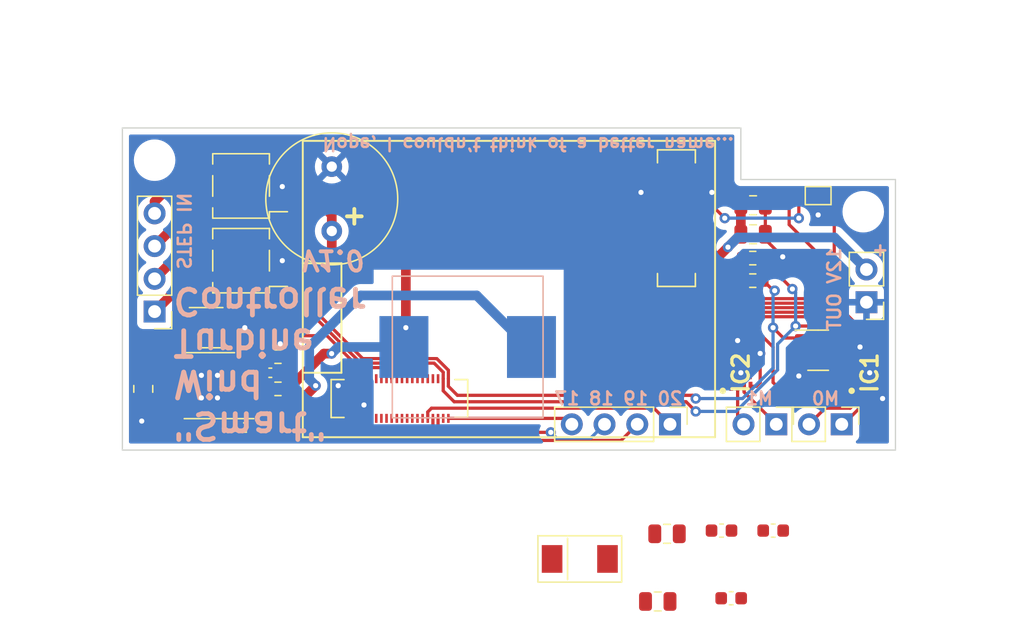
<source format=kicad_pcb>
(kicad_pcb (version 20211014) (generator pcbnew)
  (layers (0 "F.Cu" signal) (31 "B.Cu" signal) (34 "B.Paste" user) (35 "F.Paste" user) (36 "B.SilkS" user "B.Silkscreen") (37 "F.SilkS" user "F.Silkscreen") (38 "B.Mask" user) (39 "F.Mask" user) (44 "Edge.Cuts" user))
  (net 0 "")
  (net 9 "Net-(U5-Pad4)")
  (net 19 "Net-(J5-Pad1)")
  (net 21 "Net-(J5-Pad2)")
  (net 23 "Net-(J5-Pad3)")
  (net 24 "Net-(D1-Pad3)")
  (net 25 "/SDA")
  (net 26 "Net-(J5-Pad4)")
  (net 41 "+VDC")
  (net 42 "GND")
  (net 43 "Net-(D1-Pad4)")
  (net 44 "Net-(D2-Pad3)")
  (net 45 "Net-(D2-Pad4)")
  (net 46 "/SCL")
  (net 47 "+3V3")
  (net 49 "Net-(L1-Pad2)")
  (net 50 "Net-(IC1-Pad2)")
  (net 51 "Net-(IC1-Pad3)")
  (net 52 "/M0_EN0")
  (net 53 "/M0_EN1")
  (net 54 "/M0_SLEEP")
  (net 55 "Net-(IC2-Pad2)")
  (net 56 "Net-(IC2-Pad3)")
  (net 57 "/M1_EN0")
  (net 58 "/M1_EN1")
  (net 59 "/M1_SLEEP")
  (net 60 "/HS_S")
  (net 61 "/HS_N")
  (net 63 "+12V")
  (net 64 "Net-(U5-Pad8)")
  (net 65 "/TLV1_POWER")
  (net 66 "/TLV0_POWER")
  (footprint "MUB:MUB_v1" (layer "F.Cu") (at 71 89)
    (fp_text reference "U1" hide)
    (fp_text value "MUBv1")
  )
  (footprint "Capacitor_SMD:C_0603_1608Metric" (layer "F.Cu") (at 104.25 101.5)
    (fp_text reference "C11" hide)
    (fp_text value "100nF")
  )
  (footprint "Package_TO_SOT_SMD:TO-269AA" (layer "F.Cu") (at 66.21 69.5 180)
    (fp_text reference "D2" hide)
    (fp_text value "D_Bridge_+-AA")
  )
  (footprint "MountingHole:MountingHole_2.2mm_M2" (layer "F.Cu") (at 114.5 71.5)
    (fp_text reference "J6" hide)
    (fp_text value "Conn_01x01")
  )
  (footprint "Capacitor_THT:C_Radial_D10.0mm_H16.0mm_P5.00mm" (layer "F.Cu") (at 73.25 73 90)
    (fp_text reference "C1" hide)
    (fp_text value "220uF")
  )
  (footprint "Capacitor_SMD:C_0805_2012Metric" (layer "F.Cu") (at 98.55 101.75)
    (fp_text reference "C8" hide)
    (fp_text value "10uF")
  )
  (footprint "Connector_PinHeader_2.54mm:PinHeader_1x02_P2.54mm_Vertical" (layer "F.Cu") (at 112.83 88 -90)
    (fp_text reference "J1" hide)
    (fp_text value "Conn_01x02")
  )
  (footprint "Package_SO:SOIC-8-1EP_3.9x4.9mm_P1.27mm_EP2.514x3.2mm" (layer "F.Cu") (at 63.75 85 180)
    (fp_text reference "U5" hide)
    (fp_text value "RT8279GSP")
  )
  (footprint "Connector_PinHeader_2.54mm:PinHeader_1x02_P2.54mm_Vertical" (layer "F.Cu") (at 107.75 88 -90)
    (fp_text reference "J2" hide)
    (fp_text value "Conn_01x02")
  )
  (footprint "Package_TO_SOT_SMD:SOT-23-6" (layer "F.Cu") (at 64 80.5)
    (fp_text reference "U3" hide)
    (fp_text value "TLV493D")
  )
  (footprint "Connector_PinHeader_2.54mm:PinHeader_1x02_P2.54mm_Vertical" (layer "F.Cu") (at 114.75 78.525 180)
    (fp_text reference "J4" hide)
    (fp_text value "Conn_01x02")
  )
  (footprint "SamacSys_Parts:SON50P200X200X80-9N" (layer "F.Cu") (at 105 84 90)
    (fp_text reference "IC2")
    (fp_text value "DRV8220DSGR" hide)
  )
  (footprint "Capacitor_SMD:C_0402_1005Metric" (layer "F.Cu") (at 66.52 88.25 180)
    (fp_text reference "C5" hide)
    (fp_text value "10nF")
  )
  (footprint "custom_parts:X2-DFN1410-4" (layer "F.Cu") (at 111.7 70.75 90)
    (fp_text reference "U4" hide)
    (fp_text value "AH1388")
  )
  (footprint "Capacitor_SMD:C_0402_1005Metric" (layer "F.Cu") (at 68.48 84)
    (fp_text reference "C4" hide)
    (fp_text value "82pF")
  )
  (footprint "Resistor_SMD:R_0603_1608Metric" (layer "F.Cu") (at 105.925 75.1)
    (fp_text reference "R1" hide)
    (fp_text value "11.3k")
  )
  (footprint "Connector_PinHeader_2.54mm:PinHeader_1x04_P2.54mm_Vertical" (layer "F.Cu") (at 59.5 79.25 180)
    (fp_text reference "J3" hide)
    (fp_text value "Conn_01x04")
  )
  (footprint "MountingHole:MountingHole_2.2mm_M2" (layer "F.Cu") (at 59.5 67.5)
    (fp_text reference "J7" hide)
    (fp_text value "Conn_01x01")
  )
  (footprint "Connector_PinHeader_2.54mm:PinHeader_1x04_P2.54mm_Vertical" (layer "F.Cu") (at 99.5 88 -90)
    (fp_text reference "J5" hide)
    (fp_text value "Conn_01x04")
  )
  (footprint "custom_parts:SMAF-C" (layer "F.Cu") (at 89.25 100.25)
    (fp_text reference "D3" hide)
    (fp_text value "SBT55LAFC")
  )
  (footprint "Resistor_SMD:R_0603_1608Metric" (layer "F.Cu") (at 105.925 76.85)
    (fp_text reference "R2" hide)
    (fp_text value "11.3k")
  )
  (footprint "Capacitor_SMD:C_0805_2012Metric" (layer "F.Cu") (at 99.27 96.5)
    (fp_text reference "C9" hide)
    (fp_text value "10uF")
  )
  (footprint "Package_TO_SOT_SMD:TO-269AA" (layer "F.Cu") (at 66.21 75.3 180)
    (fp_text reference "D1" hide)
    (fp_text value "D_Bridge_+-AA")
  )
  (footprint "Package_TO_SOT_SMD:SOT-23-6" (layer "F.Cu") (at 111 82.25)
    (fp_text reference "U2" hide)
    (fp_text value "TLV493D")
  )
  (footprint "Capacitor_SMD:C_0805_2012Metric" (layer "F.Cu") (at 105.95 73.25)
    (fp_text reference "C3" hide)
    (fp_text value "10uF")
  )
  (footprint "SamacSys_Parts:SON50P200X200X80-9N" (layer "F.Cu") (at 115 84 90)
    (fp_text reference "IC1")
    (fp_text value "DRV8220DSGR" hide)
  )
  (footprint "Resistor_SMD:R_0603_1608Metric" (layer "F.Cu") (at 69.075 82.75)
    (fp_text reference "R4" hide)
    (fp_text value "11.3k")
  )
  (footprint "Resistor_SMD:R_0603_1608Metric" (layer "F.Cu") (at 69.075 85.25 180)
    (fp_text reference "R3" hide)
    (fp_text value "100k")
  )
  (footprint "Capacitor_SMD:C_0603_1608Metric" (layer "F.Cu") (at 103.5 96.25)
    (fp_text reference "C7" hide)
    (fp_text value "100nF")
  )
  (footprint "Capacitor_SMD:C_0805_2012Metric" (layer "F.Cu") (at 105.95 71)
    (fp_text reference "C2" hide)
    (fp_text value "10uF")
  )
  (footprint "Capacitor_SMD:C_0805_2012Metric" (layer "F.Cu") (at 58.62 85.25 -90)
    (fp_text reference "C6" hide)
    (fp_text value "10uF")
  )
  (footprint "Capacitor_SMD:C_0603_1608Metric" (layer "F.Cu") (at 107.51 96.25)
    (fp_text reference "C10" hide)
    (fp_text value "100nF")
  )
  (footprint "custom_parts:PCC-M105xx" (layer "B.Cu") (at 83.8 82)
    (fp_text reference "L1" hide)
    (fp_text value "32.5uH")
  )
  (gr_line (start 57 90) (end 57 65) (layer "Edge.Cuts") (width 0.1))
  (gr_line (start 117 90) (end 57 90) (layer "Edge.Cuts") (width 0.1))
  (gr_line (start 105 65) (end 105 69) (layer "Edge.Cuts") (width 0.1))
  (gr_line (start 117 69) (end 117 90) (layer "Edge.Cuts") (width 0.1))
  (gr_line (start 105 69) (end 117 69) (layer "Edge.Cuts") (width 0.1))
  (gr_line (start 57 65) (end 105 65) (layer "Edge.Cuts") (width 0.1))
  (gr_text "20 19 18 17" (at 95.5 86) (layer "B.SilkS") (effects (font (size 1 1) (thickness 0.2)) (justify mirror)))
  (gr_text "Nope, I couldn't think of a better name..." (at 88.5 66.25 180) (layer "B.SilkS") (effects (font (size 1 1) (thickness 0.2)) (justify mirror)))
  (gr_text "STEP IN" (at 61.75 73 270) (layer "B.SilkS") (effects (font (size 1 1) (thickness 0.2)) (justify mirror)))
  (gr_text "12V OUT" (at 112.25 77.5 90) (layer "B.SilkS") (effects (font (size 1 1) (thickness 0.2)) (justify mirror)))
  (gr_text "+" (at 115.75 74.5 90) (layer "B.SilkS") (effects (font (size 1 1) (thickness 0.2)) (justify mirror)))
  (gr_text "M0    M1" (at 109 86) (layer "B.SilkS") (effects (font (size 1 1) (thickness 0.2)) (justify mirror)))
  (gr_text "V1.0" (at 73.25 75.25 180) (layer "B.SilkS") (effects (font (size 1.5 1.5) (thickness 0.3) italic) (justify mirror)))
  (gr_text "{dblquote}Smart{dblquote}\nWind \nTurbine\nController" (at 60.75 83.25 180) (layer "B.SilkS") (effects (font (size 2 2) (thickness 0.375)) (justify left mirror)))
  (gr_text "+" (at 75 71.75) (layer "F.SilkS") (effects (font (size 1.5 1.5) (thickness 0.3))))
  (segment (start 68 85) (end 68.25 85.25) (width 0.25) (layer "F.Cu") (net 9))
  (segment (start 66.3875 83.095) (end 67.905 83.095) (width 0.25) (layer "F.Cu") (net 9))
  (segment (start 67.905 83.095) (end 68.25 82.75) (width 0.25) (layer "F.Cu") (net 9))
  (segment (start 68 84) (end 68 85) (width 0.25) (layer "F.Cu") (net 9))
  (segment (start 68.25 83.75) (end 68.25 82.75) (width 0.25) (layer "F.Cu") (net 9))
  (segment (start 68 84) (end 68.25 83.75) (width 0.25) (layer "F.Cu") (net 9))
  (segment (start 80.7 87.04) (end 80.99 86.75) (width 0.25) (layer "F.Cu") (net 19))
  (segment (start 80.7 87.54) (end 80.7 87.04) (width 0.25) (layer "F.Cu") (net 19))
  (segment (start 80.99 86.75) (end 98.25 86.75) (width 0.25) (layer "F.Cu") (net 19))
  (segment (start 98.25 86.75) (end 99.5 88) (width 0.25) (layer "F.Cu") (net 19))
  (segment (start 95.71 89.25) (end 82.115026 89.25) (width 0.25) (layer "F.Cu") (net 21))
  (segment (start 82.115026 89.25) (end 81.1 88.234974) (width 0.25) (layer "F.Cu") (net 21))
  (segment (start 96.96 88) (end 95.71 89.25) (width 0.25) (layer "F.Cu") (net 21))
  (segment (start 81.1 88.234974) (end 81.1 87.54) (width 0.25) (layer "F.Cu") (net 21))
  (segment (start 81.5 87.54) (end 81.5 88.14) (width 0.25) (layer "F.Cu") (net 23))
  (segment (start 81.9845 88.6245) (end 90.25 88.6245) (width 0.25) (layer "F.Cu") (net 23))
  (segment (start 81.5 88.14) (end 81.9845 88.6245) (width 0.25) (layer "F.Cu") (net 23))
  (via (at 90.25 88.6245) (size 0.8) (drill 0.4) (layers "F.Cu" "B.Cu") (net 23))
  (segment (start 90.25 88.6245) (end 90.7005 89.075) (width 0.25) (layer "B.Cu") (net 23))
  (segment (start 93.345 89.075) (end 94.42 88) (width 0.25) (layer "B.Cu") (net 23))
  (segment (start 90.7005 89.075) (end 93.345 89.075) (width 0.25) (layer "B.Cu") (net 23))
  (segment (start 62.18 74.03) (end 63.135 74.03) (width 0.75) (layer "F.Cu") (net 24))
  (segment (start 59.5 76.71) (end 62.18 74.03) (width 0.75) (layer "F.Cu") (net 24))
  (segment (start 65.1375 79.55) (end 71.8 79.55) (width 0.25) (layer "F.Cu") (net 25))
  (segment (start 81.9 85.4) (end 81.9 84.46) (width 0.25) (layer "F.Cu") (net 25))
  (segment (start 101.5 87) (end 100.75 86.25) (width 0.25) (layer "F.Cu") (net 25))
  (segment (start 112.1375 81.3) (end 111.212 80.3745) (width 0.25) (layer "F.Cu") (net 25))
  (segment (start 111.212 80.3745) (end 109.25 80.3745) (width 0.25) (layer "F.Cu") (net 25))
  (segment (start 81.9 83.96) (end 81.9 84.46) (width 0.25) (layer "F.Cu") (net 25))
  (segment (start 75.5 83.25) (end 81.19 83.25) (width 0.25) (layer "F.Cu") (net 25))
  (segment (start 81.19 83.25) (end 81.9 83.96) (width 0.25) (layer "F.Cu") (net 25))
  (segment (start 71.8 79.55) (end 75.5 83.25) (width 0.25) (layer "F.Cu") (net 25))
  (segment (start 100.75 86.25) (end 82.75 86.25) (width 0.25) (layer "F.Cu") (net 25))
  (segment (start 82.75 86.25) (end 81.9 85.4) (width 0.25) (layer "F.Cu") (net 25))
  (segment (start 109 77.5) (end 106.75 75.25) (width 0.25) (layer "F.Cu") (net 25))
  (segment (start 106.75 75.25) (end 106.75 75.1) (width 0.25) (layer "F.Cu") (net 25))
  (via (at 101.5 87) (size 0.8) (drill 0.4) (layers "F.Cu" "B.Cu") (net 25))
  (via (at 109 77.5) (size 0.8) (drill 0.4) (layers "F.Cu" "B.Cu") (net 25))
  (via (at 109.25 80.3745) (size 0.8) (drill 0.4) (layers "F.Cu" "B.Cu") (net 25))
  (segment (start 104.628858 87) (end 101.5 87) (width 0.25) (layer "B.Cu") (net 25))
  (segment (start 107.85 81.7745) (end 107.85 83.778858) (width 0.25) (layer "B.Cu") (net 25))
  (segment (start 109 77.5) (end 109.25 77.75) (width 0.25) (layer "B.Cu") (net 25))
  (segment (start 109.25 77.75) (end 109.25 80.3745) (width 0.25) (layer "B.Cu") (net 25))
  (segment (start 107.85 83.778858) (end 104.628858 87) (width 0.25) (layer "B.Cu") (net 25))
  (segment (start 109.25 80.3745) (end 107.85 81.7745) (width 0.25) (layer "B.Cu") (net 25))
  (segment (start 91.42 87.54) (end 91.88 88) (width 0.25) (layer "F.Cu") (net 26))
  (segment (start 82.3 87.54) (end 91.42 87.54) (width 0.25) (layer "F.Cu") (net 26))
  (segment (start 71.43 76.57) (end 69.285 76.57) (width 0.75) (layer "F.Cu") (net 41))
  (segment (start 62.5 78) (end 61.25 79.25) (width 0.75) (layer "F.Cu") (net 41))
  (segment (start 67.855 78) (end 62.5 78) (width 0.75) (layer "F.Cu") (net 41))
  (segment (start 73.25 74.75) (end 71.43 76.57) (width 0.75) (layer "F.Cu") (net 41))
  (segment (start 59.955 85.635) (end 58.62 84.3) (width 0.75) (layer "F.Cu") (net 41))
  (segment (start 60 81.25) (end 58.62 82.63) (width 0.75) (layer "F.Cu") (net 41))
  (segment (start 61.25 81) (end 61 81.25) (width 0.75) (layer "F.Cu") (net 41))
  (segment (start 61.1125 85.635) (end 59.955 85.635) (width 0.75) (layer "F.Cu") (net 41))
  (segment (start 73.25 71.75) (end 73.25 73) (width 0.75) (layer "F.Cu") (net 41))
  (segment (start 72.27 70.77) (end 73.25 71.75) (width 0.75) (layer "F.Cu") (net 41))
  (segment (start 61 81.25) (end 60 81.25) (width 0.75) (layer "F.Cu") (net 41))
  (segment (start 58.62 82.63) (end 58.62 84.3) (width 0.75) (layer "F.Cu") (net 41))
  (segment (start 69.285 76.57) (end 67.855 78) (width 0.75) (layer "F.Cu") (net 41))
  (segment (start 69.285 70.77) (end 72.27 70.77) (width 0.75) (layer "F.Cu") (net 41))
  (segment (start 61.25 79.25) (end 61.25 81) (width 0.75) (layer "F.Cu") (net 41))
  (segment (start 73.25 73) (end 73.25 74.75) (width 0.75) (layer "F.Cu") (net 41))
  (segment (start 114.25 82) (end 114.75 82.5) (width 0.25) (layer "F.Cu") (net 42))
  (segment (start 108.25 75) (end 106.9 73.65) (width 0.25) (layer "F.Cu") (net 42))
  (segment (start 102.71 69.96) (end 102.75 70) (width 0.25) (layer "F.Cu") (net 42))
  (segment (start 62.965 84.365) (end 63.13 84.2) (width 0.25) (layer "F.Cu") (net 42))
  (segment (start 74 85.25) (end 73.75 85) (width 0.25) (layer "F.Cu") (net 42))
  (segment (start 75.71 87.54) (end 75.9 87.54) (width 0.25) (layer "F.Cu") (net 42))
  (segment (start 115.75 85.05) (end 115.75 85.75) (width 0.25) (layer "F.Cu") (net 42))
  (segment (start 75.5 85.06) (end 75.31 85.25) (width 0.25) (layer "F.Cu") (net 42))
  (segment (start 75.31 85.25) (end 74 85.25) (width 0.25) (layer "F.Cu") (net 42))
  (segment (start 101.54 70.2) (end 101.54 69.96) (width 0.25) (layer "F.Cu") (net 42))
  (segment (start 106.5 84.75) (end 106.2 85.05) (width 0.25) (layer "F.Cu") (net 42))
  (segment (start 106.5 82.5) (end 106.5 84.75) (width 0.25) (layer "F.Cu") (net 42))
  (segment (start 69.9 82.4) (end 69.25 81.75) (width 0.25) (layer "F.Cu") (net 42))
  (segment (start 75.71 87.54) (end 75.75 87.5) (width 0.25) (layer "F.Cu") (net 42))
  (segment (start 115.75 85.75) (end 116 86) (width 0.25) (layer "F.Cu") (net 42))
  (segment (start 98.46 70.04) (end 98.46 69.8) (width 0.25) (layer "F.Cu") (net 42))
  (segment (start 58.62 87.63) (end 58.62 86.2) (width 0.25) (layer "F.Cu") (net 42))
  (segment (start 75.75 87.5) (end 75.75 86.5) (width 0.25) (layer "F.Cu") (net 42))
  (segment (start 112.1375 82.25) (end 109.8625 82.25) (width 0.25) (layer "F.Cu") (net 42))
  (segment (start 101.54 69.96) (end 102.71 69.96) (width 0.25) (layer "F.Cu") (net 42))
  (segment (start 114.75 82.5) (end 114.75 82.95) (width 0.25) (layer "F.Cu") (net 42))
  (segment (start 98.46 70.04) (end 97.29 70.04) (width 0.25) (layer "F.Cu") (net 42))
  (segment (start 106.9 73.65) (end 106.9 73.25) (width 0.25) (layer "F.Cu") (net 42))
  (segment (start 69.285 68.23) (end 69.285 69.425) (width 0.25) (layer "F.Cu") (net 42))
  (segment (start 62.8625 81.45) (end 62.8625 80.5) (width 0.25) (layer "F.Cu") (net 42))
  (segment (start 111 71.75) (end 111 70.25) (width 0.25) (layer "F.Cu") (net 42))
  (segment (start 111 71.75) (end 111.675 71.075) (width 0.25) (layer "F.Cu") (net 42))
  (segment (start 98.46 70.2) (end 98.46 70.04) (width 0.25) (layer "F.Cu") (net 42))
  (segment (start 58.5 87.75) (end 58.62 87.63) (width 0.25) (layer "F.Cu") (net 42))
  (segment (start 109.8625 83.2) (end 109.8625 83.8875) (width 0.25) (layer "F.Cu") (net 42))
  (segment (start 97.29 70.04) (end 97.25 70) (width 0.25) (layer "F.Cu") (net 42))
  (segment (start 69.285 74.03) (end 69.285 75.175) (width 0.25) (layer "F.Cu") (net 42))
  (segment (start 61.1125 84.365) (end 62.965 84.365) (width 0.25) (layer "F.Cu") (net 42))
  (segment (start 109.8625 83.2) (end 109.8625 82.25) (width 0.25) (layer "F.Cu") (net 42))
  (segment (start 65.1375 80.5) (end 66.5 80.5) (width 0.25) (layer "F.Cu") (net 42))
  (segment (start 65.1375 80.5) (end 62.8625 80.5) (width 0.25) (layer "F.Cu") (net 42))
  (segment (start 69.285 69.425) (end 69.41 69.55) (width 0.25) (layer "F.Cu") (net 42))
  (segment (start 106.2 85.05) (end 105.75 85.05) (width 0.25) (layer "F.Cu") (net 42))
  (segment (start 75.5 84.46) (end 75.5 85.06) (width 0.25) (layer "F.Cu") (net 42))
  (segment (start 106.9 71) (end 106.9 73.25) (width 0.25) (layer "F.Cu") (net 42))
  (segment (start 104.75 82.95) (end 104.75 81.5) (width 0.25) (layer "F.Cu") (net 42))
  (segment (start 75.5 87.54) (end 75.71 87.54) (width 0.25) (layer "F.Cu") (net 42))
  (segment (start 69.285 75.175) (end 69.41 75.3) (width 0.25) (layer "F.Cu") (net 42))
  (segment (start 101.54 69.96) (end 101.54 69.8) (width 0.25) (layer "F.Cu") (net 42))
  (segment (start 109.8625 83.8875) (end 109.5 84.25) (width 0.25) (layer "F.Cu") (net 42))
  (segment (start 111.675 71.075) (end 111.675 70.5) (width 0.25) (layer "F.Cu") (net 42))
  (segment (start 69.9 82.75) (end 69.9 82.4) (width 0.25) (layer "F.Cu") (net 42))
  (via (at 64.38 85.95) (size 0.8) (drill 0.4) (layers "F.Cu" "B.Cu") (net 42))
  (via (at 73.75 85) (size 0.8) (drill 0.4) (layers "F.Cu" "B.Cu") (net 42))
  (via (at 63.13 85.95) (size 0.8) (drill 0.4) (layers "F.Cu" "B.Cu") (net 42))
  (via (at 115 84) (size 0.8) (drill 0.4) (layers "F.Cu" "B.Cu") (net 42))
  (via (at 105 84) (size 0.8) (drill 0.4) (layers "F.Cu" "B.Cu") (net 42))
  (via (at 109.5 84.25) (size 0.8) (drill 0.4) (layers "F.Cu" "B.Cu") (net 42))
  (via (at 104.75 81.5) (size 0.8) (drill 0.4) (layers "F.Cu" "B.Cu") (net 42))
  (via (at 108.25 75) (size 0.8) (drill 0.4) (layers "F.Cu" "B.Cu") (net 42))
  (via (at 116 86) (size 0.8) (drill 0.4) (layers "F.Cu" "B.Cu") (net 42))
  (via (at 75.75 86.5) (size 0.8) (drill 0.4) (layers "F.Cu" "B.Cu") (net 42))
  (via (at 97.25 70) (size 0.8) (drill 0.4) (layers "F.Cu" "B.Cu") (net 42))
  (via (at 63.13 84.2) (size 0.8) (drill 0.4) (layers "F.Cu" "B.Cu") (net 42))
  (via (at 102.75 70) (size 0.8) (drill 0.4) (layers "F.Cu" "B.Cu") (net 42))
  (via (at 64.38 84.2) (size 0.8) (drill 0.4) (layers "F.Cu" "B.Cu") (net 42))
  (via (at 111 71.75) (size 0.8) (drill 0.4) (layers "F.Cu" "B.Cu") (net 42))
  (via (at 69.25 81.75) (size 0.8) (drill 0.4) (layers "F.Cu" "B.Cu") (net 42))
  (via (at 69.41 69.55) (size 0.8) (drill 0.4) (layers "F.Cu" "B.Cu") (net 42))
  (via (at 106.5 82.5) (size 0.8) (drill 0.4) (layers "F.Cu" "B.Cu") (net 42))
  (via (at 114.25 82) (size 0.8) (drill 0.4) (layers "F.Cu" "B.Cu") (net 42))
  (via (at 66.5 80.5) (size 0.8) (drill 0.4) (layers "F.Cu" "B.Cu") (net 42))
  (via (at 69.41 75.3) (size 0.8) (drill 0.4) (layers "F.Cu" "B.Cu") (net 42))
  (via (at 58.5 87.75) (size 0.8) (drill 0.4) (layers "F.Cu" "B.Cu") (net 42))
  (segment (start 62.18 76.57) (end 59.5 79.25) (width 0.75) (layer "F.Cu") (net 43))
  (segment (start 63.135 76.57) (end 62.18 76.57) (width 0.75) (layer "F.Cu") (net 43))
  (segment (start 63.135 68.23) (end 61.98 68.23) (width 0.75) (layer "F.Cu") (net 44))
  (segment (start 59.5 70.71) (end 59.5 71.63) (width 0.75) (layer "F.Cu") (net 44))
  (segment (start 61.98 68.23) (end 59.5 70.71) (width 0.75) (layer "F.Cu") (net 44))
  (segment (start 62.9 70.77) (end 59.5 74.17) (width 0.75) (layer "F.Cu") (net 45))
  (segment (start 63.135 70.77) (end 62.9 70.77) (width 0.75) (layer "F.Cu") (net 45))
  (segment (start 101.25 85.75) (end 83 85.75) (width 0.25) (layer "F.Cu") (net 46))
  (segment (start 108.3 81.3) (end 107.5 80.5) (width 0.25) (layer "F.Cu") (net 46))
  (segment (start 109.8625 81.3) (end 108.3 81.3) (width 0.25) (layer "F.Cu") (net 46))
  (segment (start 83 85.75) (end 82.3 85.05) (width 0.25) (layer "F.Cu") (net 46))
  (segment (start 107.6255 77.6255) (end 107.5255 77.6255) (width 0.25) (layer "F.Cu") (net 46))
  (segment (start 81.4 82.9) (end 82.3 83.8) (width 0.25) (layer "F.Cu") (net 46))
  (segment (start 75.65 82.9) (end 81.4 82.9) (width 0.25) (layer "F.Cu") (net 46))
  (segment (start 62.8625 79.55) (end 62.8625 79.4625) (width 0.25) (layer "F.Cu") (net 46))
  (segment (start 71.75 79) (end 75.65 82.9) (width 0.25) (layer "F.Cu") (net 46))
  (segment (start 62.8625 79.4625) (end 63.325 79) (width 0.25) (layer "F.Cu") (net 46))
  (segment (start 82.3 85.05) (end 82.3 84.46) (width 0.25) (layer "F.Cu") (net 46))
  (segment (start 101.5 86) (end 101.25 85.75) (width 0.25) (layer "F.Cu") (net 46))
  (segment (start 63.325 79) (end 71.75 79) (width 0.25) (layer "F.Cu") (net 46))
  (segment (start 107.5255 77.6255) (end 106.75 76.85) (width 0.25) (layer "F.Cu") (net 46))
  (segment (start 82.3 83.8) (end 82.3 84.46) (width 0.25) (layer "F.Cu") (net 46))
  (via (at 107.5 80.5) (size 0.8) (drill 0.4) (layers "F.Cu" "B.Cu") (net 46))
  (via (at 101.5 86) (size 0.8) (drill 0.4) (layers "F.Cu" "B.Cu") (net 46))
  (via (at 107.6255 77.6255) (size 0.8) (drill 0.4) (layers "F.Cu" "B.Cu") (net 46))
  (segment (start 101.5 86) (end 105.133884 86) (width 0.25) (layer "B.Cu") (net 46))
  (segment (start 107.5 83.633884) (end 107.5 80.5) (width 0.25) (layer "B.Cu") (net 46))
  (segment (start 107.6255 77.6255) (end 107.5 77.751) (width 0.25) (layer "B.Cu") (net 46))
  (segment (start 107.5 77.751) (end 107.5 80.5) (width 0.25) (layer "B.Cu") (net 46))
  (segment (start 105.133884 86) (end 107.5 83.633884) (width 0.25) (layer "B.Cu") (net 46))
  (segment (start 103.75 72) (end 102.96 71.21) (width 0.25) (layer "F.Cu") (net 47))
  (segment (start 101.54 71.21) (end 101.54 71.8) (width 0.25) (layer "F.Cu") (net 47))
  (segment (start 101.25 77) (end 104.95 77) (width 0.25) (layer "F.Cu") (net 47))
  (segment (start 110 70.5) (end 110.325 70.5) (width 0.25) (layer "F.Cu") (net 47))
  (segment (start 100.25 76) (end 101.25 77) (width 0.25) (layer "F.Cu") (net 47))
  (segment (start 109.5 71) (end 109.5 72) (width 0.25) (layer "F.Cu") (net 47))
  (segment (start 100.25 72) (end 100.25 76) (width 0.25) (layer "F.Cu") (net 47))
  (segment (start 102.96 71.21) (end 101.54 71.21) (width 0.25) (layer "F.Cu") (net 47))
  (segment (start 101.54 71.4) (end 100.85 71.4) (width 0.25) (layer "F.Cu") (net 47))
  (segment (start 109.5 71) (end 110 70.5) (width 0.25) (layer "F.Cu") (net 47))
  (segment (start 105.1 75.1) (end 105.1 76.85) (width 0.25) (layer "F.Cu") (net 47))
  (segment (start 104.95 77) (end 105.1 76.85) (width 0.25) (layer "F.Cu") (net 47))
  (segment (start 101.54 70.6) (end 101.54 71.21) (width 0.25) (layer "F.Cu") (net 47))
  (segment (start 100.85 71.4) (end 100.25 72) (width 0.25) (layer "F.Cu") (net 47))
  (via (at 103.75 72) (size 0.8) (drill 0.4) (layers "F.Cu" "B.Cu") (net 47))
  (via (at 109.5 72) (size 0.8) (drill 0.4) (layers "F.Cu" "B.Cu") (net 47))
  (segment (start 103.75 72) (end 109.5 72) (width 0.25) (layer "B.Cu") (net 47))
  (segment (start 66.3875 86.905) (end 67 87.5175) (width 0.25) (layer "F.Cu") (net 49))
  (segment (start 67 87.5175) (end 67 88.25) (width 0.25) (layer "F.Cu") (net 49))
  (segment (start 72 85) (end 70 87) (width 0.75) (layer "F.Cu") (net 49))
  (segment (start 66.4825 87) (end 66.3875 86.905) (width 0.25) (layer "F.Cu") (net 49))
  (segment (start 66.5 87) (end 66.4825 87) (width 0.25) (layer "F.Cu") (net 49))
  (segment (start 70 87) (end 66.5 87) (width 0.75) (layer "F.Cu") (net 49))
  (via (at 72 85) (size 0.8) (drill 0.4) (layers "F.Cu" "B.Cu") (net 49))
  (segment (start 84.5 78) (end 88.5 82) (width 0.75) (layer "B.Cu") (net 49))
  (segment (start 88.5 82) (end 88.75 82) (width 0.75) (layer "B.Cu") (net 49))
  (segment (start 71.5 84.5) (end 71.5 82) (width 0.75) (layer "B.Cu") (net 49))
  (segment (start 75.5 78) (end 84.5 78) (width 0.75) (layer "B.Cu") (net 49))
  (segment (start 71.5 82) (end 75.5 78) (width 0.75) (layer "B.Cu") (net 49))
  (segment (start 72 85) (end 71.5 84.5) (width 0.75) (layer "B.Cu") (net 49))
  (segment (start 113.48 86.75) (end 111.54 86.75) (width 0.25) (layer "F.Cu") (net 50))
  (segment (start 114.75 85.48) (end 113.48 86.75) (width 0.25) (layer "F.Cu") (net 50))
  (segment (start 114.75 85.05) (end 114.75 85.48) (width 0.25) (layer "F.Cu") (net 50))
  (segment (start 111.54 86.75) (end 110.29 88) (width 0.25) (layer "F.Cu") (net 50))
  (segment (start 115.25 85.704975) (end 112.954975 88) (width 0.25) (layer "F.Cu") (net 51))
  (segment (start 112.954975 88) (end 112.83 88) (width 0.25) (layer "F.Cu") (net 51))
  (segment (start 115.25 85.05) (end 115.25 85.704975) (width 0.25) (layer "F.Cu") (net 51))
  (segment (start 112.689948 78.95) (end 97.604162 78.95) (width 0.25) (layer "F.Cu") (net 52))
  (segment (start 95.65 75.355026) (end 96.805026 74.2) (width 0.25) (layer "F.Cu") (net 52))
  (segment (start 95.65 76.995838) (end 95.65 75.355026) (width 0.25) (layer "F.Cu") (net 52))
  (segment (start 115.75 82.010052) (end 112.689948 78.95) (width 0.25) (layer "F.Cu") (net 52))
  (segment (start 115.75 82.95) (end 115.75 82.010052) (width 0.25) (layer "F.Cu") (net 52))
  (segment (start 96.805026 74.2) (end 98.46 74.2) (width 0.25) (layer "F.Cu") (net 52))
  (segment (start 97.604162 78.95) (end 95.65 76.995838) (width 0.25) (layer "F.Cu") (net 52))
  (segment (start 97.459187 79.3) (end 112.544974 79.3) (width 0.25) (layer "F.Cu") (net 53))
  (segment (start 95.3 77.140813) (end 97.459187 79.3) (width 0.25) (layer "F.Cu") (net 53))
  (segment (start 112.544974 79.3) (end 115.25 82.005026) (width 0.25) (layer "F.Cu") (net 53))
  (segment (start 98.46 73.8) (end 96.710052 73.8) (width 0.25) (layer "F.Cu") (net 53))
  (segment (start 95.3 75.210052) (end 95.3 77.140813) (width 0.25) (layer "F.Cu") (net 53))
  (segment (start 96.710052 73.8) (end 95.3 75.210052) (width 0.25) (layer "F.Cu") (net 53))
  (segment (start 115.25 82.005026) (end 115.25 82.95) (width 0.25) (layer "F.Cu") (net 53))
  (segment (start 94.95 77.285787) (end 97.314213 79.65) (width 0.25) (layer "F.Cu") (net 54))
  (segment (start 114.2 82.95) (end 114.25 82.95) (width 0.25) (layer "F.Cu") (net 54))
  (segment (start 97.314213 79.65) (end 112.4 79.65) (width 0.25) (layer "F.Cu") (net 54))
  (segment (start 112.4 79.65) (end 113.5 80.75) (width 0.25) (layer "F.Cu") (net 54))
  (segment (start 113.5 80.75) (end 113.5 82.25) (width 0.25) (layer "F.Cu") (net 54))
  (segment (start 96.615078 73.4) (end 94.95 75.065078) (width 0.25) (layer "F.Cu") (net 54))
  (segment (start 113.5 82.25) (end 114.2 82.95) (width 0.25) (layer "F.Cu") (net 54))
  (segment (start 98.46 73.4) (end 96.615078 73.4) (width 0.25) (layer "F.Cu") (net 54))
  (segment (start 94.95 75.065078) (end 94.95 77.285787) (width 0.25) (layer "F.Cu") (net 54))
  (segment (start 104.75 87.54) (end 105.21 88) (width 0.25) (layer "F.Cu") (net 55))
  (segment (start 104.75 85.05) (end 104.75 87.54) (width 0.25) (layer "F.Cu") (net 55))
  (segment (start 105.25 85.5) (end 107.75 88) (width 0.25) (layer "F.Cu") (net 56))
  (segment (start 105.25 85.05) (end 105.25 85.5) (width 0.25) (layer "F.Cu") (net 56))
  (segment (start 94.25 73.505026) (end 94.25 77.575736) (width 0.25) (layer "F.Cu") (net 57))
  (segment (start 105.75 82.161701) (end 105.75 82.95) (width 0.25) (layer "F.Cu") (net 57))
  (segment (start 98.46 72.2) (end 95.555026 72.2) (width 0.25) (layer "F.Cu") (net 57))
  (segment (start 94.25 77.575736) (end 97.074265 80.4) (width 0.25) (layer "F.Cu") (net 57))
  (segment (start 97.074265 80.4) (end 105.311701 80.4) (width 0.25) (layer "F.Cu") (net 57))
  (segment (start 105.925 81.013299) (end 105.925 81.986701) (width 0.25) (layer "F.Cu") (net 57))
  (segment (start 95.555026 72.2) (end 94.25 73.505026) (width 0.25) (layer "F.Cu") (net 57))
  (segment (start 105.925 81.986701) (end 105.75 82.161701) (width 0.25) (layer "F.Cu") (net 57))
  (segment (start 105.311701 80.4) (end 105.925 81.013299) (width 0.25) (layer "F.Cu") (net 57))
  (segment (start 105.025305 80.75) (end 105.475 81.199695) (width 0.25) (layer "F.Cu") (net 58))
  (segment (start 93.9 73.360052) (end 93.9 77.720711) (width 0.25) (layer "F.Cu") (net 58))
  (segment (start 105.475 81.199695) (end 105.475 81.800305) (width 0.25) (layer "F.Cu") (net 58))
  (segment (start 105.475 81.800305) (end 105.25 82.025305) (width 0.25) (layer "F.Cu") (net 58))
  (segment (start 105.25 82.025305) (end 105.25 82.95) (width 0.25) (layer "F.Cu") (net 58))
  (segment (start 95.460052 71.8) (end 93.9 73.360052) (width 0.25) (layer "F.Cu") (net 58))
  (segment (start 96.929291 80.75) (end 105.025305 80.75) (width 0.25) (layer "F.Cu") (net 58))
  (segment (start 93.9 77.720711) (end 96.929291 80.75) (width 0.25) (layer "F.Cu") (net 58))
  (segment (start 98.46 71.8) (end 95.460052 71.8) (width 0.25) (layer "F.Cu") (net 58))
  (segment (start 93.55 73.215078) (end 93.55 77.865685) (width 0.25) (layer "F.Cu") (net 59))
  (segment (start 98.46 71.4) (end 95.365078 71.4) (width 0.25) (layer "F.Cu") (net 59))
  (segment (start 95.365078 71.4) (end 93.55 73.215078) (width 0.25) (layer "F.Cu") (net 59))
  (segment (start 103.4125 81.1) (end 104.25 81.9375) (width 0.25) (layer "F.Cu") (net 59))
  (segment (start 96.784317 81.1) (end 103.4125 81.1) (width 0.25) (layer "F.Cu") (net 59))
  (segment (start 93.55 77.865685) (end 96.784317 81.1) (width 0.25) (layer "F.Cu") (net 59))
  (segment (start 104.25 81.9375) (end 104.25 82.95) (width 0.25) (layer "F.Cu") (net 59))
  (segment (start 96.9 74.6) (end 96 75.5) (width 0.25) (layer "F.Cu") (net 60))
  (segment (start 112.25 70.34) (end 111.91 70) (width 0.25) (layer "F.Cu") (net 60))
  (segment (start 112.25 77.5) (end 112.25 70.34) (width 0.25) (layer "F.Cu") (net 60))
  (segment (start 96 75.5) (end 96 76.850864) (width 0.25) (layer "F.Cu") (net 60))
  (segment (start 97.749136 78.6) (end 111.15 78.6) (width 0.25) (layer "F.Cu") (net 60))
  (segment (start 111.91 70) (end 111.675 70) (width 0.25) (layer "F.Cu") (net 60))
  (segment (start 96 76.850864) (end 97.749136 78.6) (width 0.25) (layer "F.Cu") (net 60))
  (segment (start 111.15 78.6) (end 112.25 77.5) (width 0.25) (layer "F.Cu") (net 60))
  (segment (start 98.46 74.6) (end 96.9 74.6) (width 0.25) (layer "F.Cu") (net 60))
  (segment (start 110.325 70) (end 109.5 70) (width 0.25) (layer "F.Cu") (net 61))
  (segment (start 97.89411 78.25) (end 96.35 76.70589) (width 0.25) (layer "F.Cu") (net 61))
  (segment (start 109.5 70) (end 108.75 70.75) (width 0.25) (layer "F.Cu") (net 61))
  (segment (start 96.35 75.644974) (end 96.994974 75) (width 0.25) (layer "F.Cu") (net 61))
  (segment (start 111 78.25) (end 97.89411 78.25) (width 0.25) (layer "F.Cu") (net 61))
  (segment (start 111.9 75.65) (end 111.9 77.35) (width 0.25) (layer "F.Cu") (net 61))
  (segment (start 96.35 76.70589) (end 96.35 75.644974) (width 0.25) (layer "F.Cu") (net 61))
  (segment (start 108.75 70.75) (end 108.75 72.5) (width 0.25) (layer "F.Cu") (net 61))
  (segment (start 96.994974 75) (end 98.46 75) (width 0.25) (layer "F.Cu") (net 61))
  (segment (start 111.9 77.35) (end 111 78.25) (width 0.25) (layer "F.Cu") (net 61))
  (segment (start 108.75 72.5) (end 111.9 75.65) (width 0.25) (layer "F.Cu") (net 61))
  (segment (start 104 74.25) (end 103.04 75.21) (width 0.75) (layer "F.Cu") (net 63))
  (segment (start 79 80.5) (end 79 75.25) (width 0.75) (layer "F.Cu") (net 63))
  (segment (start 72.637701 82.512299) (end 69.9 85.25) (width 0.75) (layer "F.Cu") (net 63))
  (segment (start 105 73.25) (end 104 74.25) (width 0.75) (layer "F.Cu") (net 63))
  (segment (start 79 75.25) (end 87.25 67) (width 0.75) (layer "F.Cu") (net 63))
  (segment (start 68.96 84.31) (end 69.9 85.25) (width 0.75) (layer "F.Cu") (net 63))
  (segment (start 101.54 75.8) (end 101.54 75.21) (width 0.25) (layer "F.Cu") (net 63))
  (segment (start 105 71) (end 105 73.25) (width 0.75) (layer "F.Cu") (net 63))
  (segment (start 73.237701 82.512299) (end 72.637701 82.512299) (width 0.75) (layer "F.Cu") (net 63))
  (segment (start 101.54 75.21) (end 101.54 74.6) (width 0.25) (layer "F.Cu") (net 63))
  (segment (start 104 70) (end 105 71) (width 0.75) (layer "F.Cu") (net 63))
  (segment (start 87.25 67) (end 102.25 67) (width 0.75) (layer "F.Cu") (net 63))
  (segment (start 68.96 84) (end 68.96 84.31) (width 0.75) (layer "F.Cu") (net 63))
  (segment (start 103.04 75.21) (end 101.54 75.21) (width 0.75) (layer "F.Cu") (net 63))
  (segment (start 104 68.75) (end 104 70) (width 0.75) (layer "F.Cu") (net 63))
  (segment (start 102.25 67) (end 104 68.75) (width 0.75) (layer "F.Cu") (net 63))
  (via (at 104 74.25) (size 0.8) (drill 0.4) (layers "F.Cu" "B.Cu") (net 63))
  (via (at 79 80.5) (size 0.8) (drill 0.4) (layers "F.Cu" "B.Cu") (net 63))
  (via (at 73.237701 82.512299) (size 0.8) (drill 0.4) (layers "F.Cu" "B.Cu") (net 63))
  (segment (start 79 80.5) (end 79 81.85) (width 0.75) (layer "B.Cu") (net 63))
  (segment (start 104.75 73.5) (end 112.265 73.5) (width 0.75) (layer "B.Cu") (net 63))
  (segment (start 73.237701 82.512299) (end 73.75 82) (width 0.75) (layer "B.Cu") (net 63))
  (segment (start 112.265 73.5) (end 114.75 75.985) (width 0.75) (layer "B.Cu") (net 63))
  (segment (start 104 74.25) (end 104.75 73.5) (width 0.75) (layer "B.Cu") (net 63))
  (segment (start 73.75 82) (end 78.85 82) (width 0.75) (layer "B.Cu") (net 63))
  (segment (start 79 81.85) (end 78.85 82) (width 0.75) (layer "B.Cu") (net 63))
  (segment (start 61.1125 86.905) (end 64.695 86.905) (width 0.25) (layer "F.Cu") (net 64))
  (segment (start 64.695 86.905) (end 66.04 88.25) (width 0.25) (layer "F.Cu") (net 64))
  (segment (start 75.35 83.6) (end 77.54 83.6) (width 0.25) (layer "F.Cu") (net 65))
  (segment (start 72.875 81.125) (end 75.35 83.6) (width 0.25) (layer "F.Cu") (net 65))
  (segment (start 77.54 83.6) (end 77.9 83.96) (width 0.25) (layer "F.Cu") (net 65))
  (segment (start 65.1375 81.45) (end 65.4625 81.125) (width 0.25) (layer "F.Cu") (net 65))
  (segment (start 77.9 83.96) (end 77.9 84.46) (width 0.25) (layer "F.Cu") (net 65))
  (segment (start 65.4625 81.125) (end 72.875 81.125) (width 0.25) (layer "F.Cu") (net 65))
  (segment (start 94.6 77.430762) (end 97.169239 80) (width 0.25) (layer "F.Cu") (net 66))
  (segment (start 111 85.25) (end 112.1375 84.1125) (width 0.25) (layer "F.Cu") (net 66))
  (segment (start 97.169239 80) (end 105.5 80) (width 0.25) (layer "F.Cu") (net 66))
  (segment (start 98.46 72.6) (end 95.65 72.6) (width 0.25) (layer "F.Cu") (net 66))
  (segment (start 105.5 80) (end 107.5 82) (width 0.25) (layer "F.Cu") (net 66))
  (segment (start 94.6 73.65) (end 94.6 77.430762) (width 0.25) (layer "F.Cu") (net 66))
  (segment (start 107.5 82) (end 107.5 84.75) (width 0.25) (layer "F.Cu") (net 66))
  (segment (start 107.5 84.75) (end 108 85.25) (width 0.25) (layer "F.Cu") (net 66))
  (segment (start 95.65 72.6) (end 94.6 73.65) (width 0.25) (layer "F.Cu") (net 66))
  (segment (start 112.1375 84.1125) (end 112.1375 83.2) (width 0.25) (layer "F.Cu") (net 66))
  (segment (start 108 85.25) (end 111 85.25) (width 0.25) (layer "F.Cu") (net 66))
  (zone (net 0) (net_name "") (layer "B.Cu") (name "nofill") (connect_pads (clearance 0)) (min_thickness 0.254)
    (keepout (tracks allowed) (vias allowed) (pads allowed) (copperpour not_allowed) (footprints allowed))
    (fill (thermal_gap 0.508) (thermal_bridge_width 0.508))
    (polygon (pts (xy 91.25 88) (xy 76.5 88) (xy 76.5 76) (xy 91.25 76)))
  )
  (zone (net 42) (net_name "GND") (layer "B.Cu") (priority 3) (connect_pads (clearance 0.508)) (min_thickness 0.254) (fill yes (thermal_gap 0.508) (thermal_bridge_width 0.508))
    (polygon (pts (xy 127 100.25) (xy 47.5 101) (xy 51 61.25) (xy 126.75 60.5)))
  )
)
</source>
